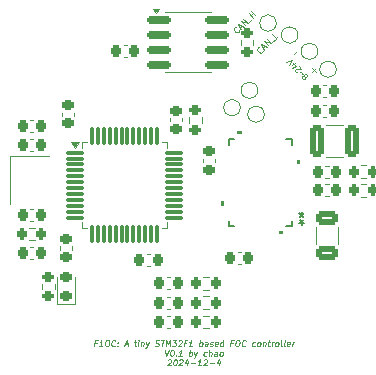
<source format=gbr>
%TF.GenerationSoftware,KiCad,Pcbnew,8.0.6*%
%TF.CreationDate,2024-12-04T23:44:22+08:00*%
%TF.ProjectId,f1oc,66316f63-2e6b-4696-9361-645f70636258,v0.1*%
%TF.SameCoordinates,Original*%
%TF.FileFunction,Legend,Top*%
%TF.FilePolarity,Positive*%
%FSLAX46Y46*%
G04 Gerber Fmt 4.6, Leading zero omitted, Abs format (unit mm)*
G04 Created by KiCad (PCBNEW 8.0.6) date 2024-12-04 23:44:22*
%MOMM*%
%LPD*%
G01*
G04 APERTURE LIST*
G04 Aperture macros list*
%AMRoundRect*
0 Rectangle with rounded corners*
0 $1 Rounding radius*
0 $2 $3 $4 $5 $6 $7 $8 $9 X,Y pos of 4 corners*
0 Add a 4 corners polygon primitive as box body*
4,1,4,$2,$3,$4,$5,$6,$7,$8,$9,$2,$3,0*
0 Add four circle primitives for the rounded corners*
1,1,$1+$1,$2,$3*
1,1,$1+$1,$4,$5*
1,1,$1+$1,$6,$7*
1,1,$1+$1,$8,$9*
0 Add four rect primitives between the rounded corners*
20,1,$1+$1,$2,$3,$4,$5,0*
20,1,$1+$1,$4,$5,$6,$7,0*
20,1,$1+$1,$6,$7,$8,$9,0*
20,1,$1+$1,$8,$9,$2,$3,0*%
G04 Aperture macros list end*
%ADD10C,0.100000*%
%ADD11C,0.150000*%
%ADD12C,0.120000*%
%ADD13C,0.152400*%
%ADD14C,0.000000*%
%ADD15RoundRect,0.225000X0.225000X0.250000X-0.225000X0.250000X-0.225000X-0.250000X0.225000X-0.250000X0*%
%ADD16RoundRect,0.218750X0.256250X-0.218750X0.256250X0.218750X-0.256250X0.218750X-0.256250X-0.218750X0*%
%ADD17C,1.000000*%
%ADD18RoundRect,0.200000X0.275000X-0.200000X0.275000X0.200000X-0.275000X0.200000X-0.275000X-0.200000X0*%
%ADD19R,0.812800X0.254000*%
%ADD20R,0.254000X0.812800*%
%ADD21R,3.810000X5.791200*%
%ADD22RoundRect,0.225000X-0.225000X-0.250000X0.225000X-0.250000X0.225000X0.250000X-0.225000X0.250000X0*%
%ADD23R,1.200000X1.400000*%
%ADD24RoundRect,0.200000X0.200000X0.275000X-0.200000X0.275000X-0.200000X-0.275000X0.200000X-0.275000X0*%
%ADD25RoundRect,0.225000X0.250000X-0.225000X0.250000X0.225000X-0.250000X0.225000X-0.250000X-0.225000X0*%
%ADD26RoundRect,0.250000X-0.325000X-1.100000X0.325000X-1.100000X0.325000X1.100000X-0.325000X1.100000X0*%
%ADD27RoundRect,0.250000X-0.650000X0.325000X-0.650000X-0.325000X0.650000X-0.325000X0.650000X0.325000X0*%
%ADD28RoundRect,0.075000X-0.662500X-0.075000X0.662500X-0.075000X0.662500X0.075000X-0.662500X0.075000X0*%
%ADD29RoundRect,0.075000X-0.075000X-0.662500X0.075000X-0.662500X0.075000X0.662500X-0.075000X0.662500X0*%
%ADD30RoundRect,0.225000X-0.250000X0.225000X-0.250000X-0.225000X0.250000X-0.225000X0.250000X0.225000X0*%
%ADD31RoundRect,0.150000X-0.825000X-0.150000X0.825000X-0.150000X0.825000X0.150000X-0.825000X0.150000X0*%
%ADD32RoundRect,0.200000X-0.275000X0.200000X-0.275000X-0.200000X0.275000X-0.200000X0.275000X0.200000X0*%
%ADD33RoundRect,0.200000X-0.200000X-0.275000X0.200000X-0.275000X0.200000X0.275000X-0.200000X0.275000X0*%
G04 APERTURE END LIST*
D10*
X125167061Y-62652242D02*
X125167061Y-62686453D01*
X125167061Y-62686453D02*
X125132850Y-62754874D01*
X125132850Y-62754874D02*
X125098640Y-62789084D01*
X125098640Y-62789084D02*
X125030219Y-62823295D01*
X125030219Y-62823295D02*
X124961798Y-62823295D01*
X124961798Y-62823295D02*
X124910482Y-62806190D01*
X124910482Y-62806190D02*
X124824956Y-62754874D01*
X124824956Y-62754874D02*
X124773640Y-62703558D01*
X124773640Y-62703558D02*
X124722324Y-62618032D01*
X124722324Y-62618032D02*
X124705219Y-62566716D01*
X124705219Y-62566716D02*
X124705219Y-62498295D01*
X124705219Y-62498295D02*
X124739429Y-62429874D01*
X124739429Y-62429874D02*
X124773640Y-62395664D01*
X124773640Y-62395664D02*
X124842061Y-62361453D01*
X124842061Y-62361453D02*
X124876271Y-62361453D01*
X125235482Y-62446979D02*
X125406534Y-62275927D01*
X125303903Y-62583821D02*
X125064429Y-62104874D01*
X125064429Y-62104874D02*
X125543376Y-62344348D01*
X125663113Y-62224611D02*
X125303903Y-61865401D01*
X125303903Y-61865401D02*
X125868376Y-62019348D01*
X125868376Y-62019348D02*
X125509166Y-61660138D01*
X125988113Y-61968033D02*
X126261797Y-61694349D01*
X126313113Y-61574611D02*
X125953902Y-61215401D01*
X126124955Y-61386454D02*
X126330218Y-61181191D01*
X126518376Y-61369348D02*
X126159165Y-61010138D01*
X129761366Y-64634474D02*
X130035050Y-64360790D01*
X127148261Y-64354042D02*
X127148261Y-64388253D01*
X127148261Y-64388253D02*
X127114050Y-64456674D01*
X127114050Y-64456674D02*
X127079840Y-64490884D01*
X127079840Y-64490884D02*
X127011419Y-64525095D01*
X127011419Y-64525095D02*
X126942998Y-64525095D01*
X126942998Y-64525095D02*
X126891682Y-64507990D01*
X126891682Y-64507990D02*
X126806156Y-64456674D01*
X126806156Y-64456674D02*
X126754840Y-64405358D01*
X126754840Y-64405358D02*
X126703524Y-64319832D01*
X126703524Y-64319832D02*
X126686419Y-64268516D01*
X126686419Y-64268516D02*
X126686419Y-64200095D01*
X126686419Y-64200095D02*
X126720629Y-64131674D01*
X126720629Y-64131674D02*
X126754840Y-64097464D01*
X126754840Y-64097464D02*
X126823261Y-64063253D01*
X126823261Y-64063253D02*
X126857471Y-64063253D01*
X127216682Y-64148779D02*
X127387734Y-63977727D01*
X127285103Y-64285621D02*
X127045629Y-63806674D01*
X127045629Y-63806674D02*
X127524576Y-64046148D01*
X127644313Y-63926411D02*
X127285103Y-63567201D01*
X127285103Y-63567201D02*
X127849576Y-63721148D01*
X127849576Y-63721148D02*
X127490366Y-63361938D01*
X127969313Y-63669833D02*
X128242997Y-63396149D01*
X128465365Y-63105359D02*
X128294313Y-63276411D01*
X128294313Y-63276411D02*
X127935102Y-62917201D01*
X131361566Y-66133074D02*
X131635250Y-65859390D01*
X131635250Y-66133074D02*
X131361566Y-65859390D01*
X130723737Y-66620738D02*
X130740842Y-66672054D01*
X130740842Y-66672054D02*
X130740842Y-66706264D01*
X130740842Y-66706264D02*
X130723737Y-66757580D01*
X130723737Y-66757580D02*
X130706632Y-66774685D01*
X130706632Y-66774685D02*
X130655316Y-66791791D01*
X130655316Y-66791791D02*
X130621106Y-66791791D01*
X130621106Y-66791791D02*
X130569790Y-66774685D01*
X130569790Y-66774685D02*
X130501369Y-66706264D01*
X130501369Y-66706264D02*
X130484264Y-66654949D01*
X130484264Y-66654949D02*
X130484264Y-66620738D01*
X130484264Y-66620738D02*
X130501369Y-66569422D01*
X130501369Y-66569422D02*
X130518474Y-66552317D01*
X130518474Y-66552317D02*
X130569790Y-66535212D01*
X130569790Y-66535212D02*
X130604000Y-66535212D01*
X130604000Y-66535212D02*
X130655316Y-66552317D01*
X130655316Y-66552317D02*
X130723737Y-66620738D01*
X130723737Y-66620738D02*
X130775053Y-66637843D01*
X130775053Y-66637843D02*
X130809263Y-66637843D01*
X130809263Y-66637843D02*
X130860579Y-66620738D01*
X130860579Y-66620738D02*
X130929000Y-66552317D01*
X130929000Y-66552317D02*
X130946105Y-66501001D01*
X130946105Y-66501001D02*
X130946105Y-66466791D01*
X130946105Y-66466791D02*
X130929000Y-66415475D01*
X130929000Y-66415475D02*
X130860579Y-66347054D01*
X130860579Y-66347054D02*
X130809263Y-66329949D01*
X130809263Y-66329949D02*
X130775053Y-66329949D01*
X130775053Y-66329949D02*
X130723737Y-66347054D01*
X130723737Y-66347054D02*
X130655316Y-66415475D01*
X130655316Y-66415475D02*
X130638211Y-66466791D01*
X130638211Y-66466791D02*
X130638211Y-66501001D01*
X130638211Y-66501001D02*
X130655316Y-66552317D01*
X130552684Y-66312843D02*
X130518474Y-66312843D01*
X130518474Y-66312843D02*
X130467158Y-66295738D01*
X130467158Y-66295738D02*
X130432948Y-66193107D01*
X130432948Y-66193107D02*
X130381632Y-66176001D01*
X130381632Y-66176001D02*
X130347421Y-66176001D01*
X130073737Y-66210212D02*
X130039527Y-66210212D01*
X130039527Y-66210212D02*
X129988211Y-66193107D01*
X129988211Y-66193107D02*
X129902685Y-66107580D01*
X129902685Y-66107580D02*
X129885580Y-66056265D01*
X129885580Y-66056265D02*
X129885580Y-66022054D01*
X129885580Y-66022054D02*
X129902685Y-65970738D01*
X129902685Y-65970738D02*
X129936895Y-65936528D01*
X129936895Y-65936528D02*
X130005316Y-65902317D01*
X130005316Y-65902317D02*
X130415842Y-65902317D01*
X130415842Y-65902317D02*
X130193474Y-65679949D01*
X129646106Y-65611528D02*
X129885579Y-65372054D01*
X129594790Y-65833896D02*
X129936895Y-65662844D01*
X129936895Y-65662844D02*
X129714527Y-65440475D01*
X129389527Y-65594422D02*
X129629000Y-65115475D01*
X129629000Y-65115475D02*
X129150053Y-65354949D01*
X113086082Y-89118431D02*
X112916749Y-89118431D01*
X112883487Y-89384526D02*
X112946987Y-88876526D01*
X112946987Y-88876526D02*
X113188892Y-88876526D01*
X113585011Y-89384526D02*
X113294726Y-89384526D01*
X113439868Y-89384526D02*
X113503368Y-88876526D01*
X113503368Y-88876526D02*
X113445916Y-88949097D01*
X113445916Y-88949097D02*
X113391488Y-88997478D01*
X113391488Y-88997478D02*
X113340083Y-89021669D01*
X113962988Y-88876526D02*
X114059750Y-88876526D01*
X114059750Y-88876526D02*
X114105107Y-88900716D01*
X114105107Y-88900716D02*
X114147440Y-88949097D01*
X114147440Y-88949097D02*
X114159536Y-89045859D01*
X114159536Y-89045859D02*
X114138369Y-89215193D01*
X114138369Y-89215193D02*
X114102083Y-89311955D01*
X114102083Y-89311955D02*
X114047655Y-89360336D01*
X114047655Y-89360336D02*
X113996250Y-89384526D01*
X113996250Y-89384526D02*
X113899488Y-89384526D01*
X113899488Y-89384526D02*
X113854131Y-89360336D01*
X113854131Y-89360336D02*
X113811798Y-89311955D01*
X113811798Y-89311955D02*
X113799702Y-89215193D01*
X113799702Y-89215193D02*
X113820869Y-89045859D01*
X113820869Y-89045859D02*
X113857155Y-88949097D01*
X113857155Y-88949097D02*
X113911583Y-88900716D01*
X113911583Y-88900716D02*
X113962988Y-88876526D01*
X114631249Y-89336145D02*
X114604035Y-89360336D01*
X114604035Y-89360336D02*
X114528440Y-89384526D01*
X114528440Y-89384526D02*
X114480059Y-89384526D01*
X114480059Y-89384526D02*
X114410511Y-89360336D01*
X114410511Y-89360336D02*
X114368178Y-89311955D01*
X114368178Y-89311955D02*
X114350035Y-89263574D01*
X114350035Y-89263574D02*
X114337940Y-89166812D01*
X114337940Y-89166812D02*
X114347011Y-89094240D01*
X114347011Y-89094240D02*
X114383297Y-88997478D01*
X114383297Y-88997478D02*
X114413535Y-88949097D01*
X114413535Y-88949097D02*
X114467964Y-88900716D01*
X114467964Y-88900716D02*
X114543559Y-88876526D01*
X114543559Y-88876526D02*
X114591940Y-88876526D01*
X114591940Y-88876526D02*
X114661488Y-88900716D01*
X114661488Y-88900716D02*
X114682654Y-88924907D01*
X114848964Y-89336145D02*
X114870130Y-89360336D01*
X114870130Y-89360336D02*
X114842916Y-89384526D01*
X114842916Y-89384526D02*
X114821749Y-89360336D01*
X114821749Y-89360336D02*
X114848964Y-89336145D01*
X114848964Y-89336145D02*
X114842916Y-89384526D01*
X114882226Y-89070050D02*
X114903392Y-89094240D01*
X114903392Y-89094240D02*
X114876178Y-89118431D01*
X114876178Y-89118431D02*
X114855011Y-89094240D01*
X114855011Y-89094240D02*
X114882226Y-89070050D01*
X114882226Y-89070050D02*
X114876178Y-89118431D01*
X115465821Y-89239383D02*
X115707726Y-89239383D01*
X115399298Y-89384526D02*
X115632131Y-88876526D01*
X115632131Y-88876526D02*
X115737964Y-89384526D01*
X116264108Y-89045859D02*
X116457632Y-89045859D01*
X116357846Y-88876526D02*
X116303418Y-89311955D01*
X116303418Y-89311955D02*
X116321560Y-89360336D01*
X116321560Y-89360336D02*
X116366918Y-89384526D01*
X116366918Y-89384526D02*
X116415298Y-89384526D01*
X116584632Y-89384526D02*
X116626965Y-89045859D01*
X116648132Y-88876526D02*
X116620918Y-88900716D01*
X116620918Y-88900716D02*
X116642084Y-88924907D01*
X116642084Y-88924907D02*
X116669299Y-88900716D01*
X116669299Y-88900716D02*
X116648132Y-88876526D01*
X116648132Y-88876526D02*
X116642084Y-88924907D01*
X116868870Y-89045859D02*
X116826537Y-89384526D01*
X116862823Y-89094240D02*
X116890037Y-89070050D01*
X116890037Y-89070050D02*
X116941442Y-89045859D01*
X116941442Y-89045859D02*
X117014013Y-89045859D01*
X117014013Y-89045859D02*
X117059370Y-89070050D01*
X117059370Y-89070050D02*
X117077513Y-89118431D01*
X117077513Y-89118431D02*
X117044251Y-89384526D01*
X117280108Y-89045859D02*
X117358728Y-89384526D01*
X117522013Y-89045859D02*
X117358728Y-89384526D01*
X117358728Y-89384526D02*
X117295228Y-89505478D01*
X117295228Y-89505478D02*
X117268013Y-89529669D01*
X117268013Y-89529669D02*
X117216608Y-89553859D01*
X118039085Y-89360336D02*
X118108633Y-89384526D01*
X118108633Y-89384526D02*
X118229585Y-89384526D01*
X118229585Y-89384526D02*
X118280990Y-89360336D01*
X118280990Y-89360336D02*
X118308204Y-89336145D01*
X118308204Y-89336145D02*
X118338443Y-89287764D01*
X118338443Y-89287764D02*
X118344490Y-89239383D01*
X118344490Y-89239383D02*
X118326347Y-89191002D01*
X118326347Y-89191002D02*
X118305181Y-89166812D01*
X118305181Y-89166812D02*
X118259824Y-89142621D01*
X118259824Y-89142621D02*
X118166085Y-89118431D01*
X118166085Y-89118431D02*
X118120728Y-89094240D01*
X118120728Y-89094240D02*
X118099562Y-89070050D01*
X118099562Y-89070050D02*
X118081419Y-89021669D01*
X118081419Y-89021669D02*
X118087466Y-88973288D01*
X118087466Y-88973288D02*
X118117704Y-88924907D01*
X118117704Y-88924907D02*
X118144919Y-88900716D01*
X118144919Y-88900716D02*
X118196324Y-88876526D01*
X118196324Y-88876526D02*
X118317276Y-88876526D01*
X118317276Y-88876526D02*
X118386824Y-88900716D01*
X118534991Y-88876526D02*
X118825276Y-88876526D01*
X118616634Y-89384526D02*
X118680134Y-88876526D01*
X118931110Y-89384526D02*
X118994610Y-88876526D01*
X118994610Y-88876526D02*
X119118586Y-89239383D01*
X119118586Y-89239383D02*
X119333277Y-88876526D01*
X119333277Y-88876526D02*
X119269777Y-89384526D01*
X119526800Y-88876526D02*
X119841276Y-88876526D01*
X119841276Y-88876526D02*
X119647753Y-89070050D01*
X119647753Y-89070050D02*
X119720324Y-89070050D01*
X119720324Y-89070050D02*
X119765681Y-89094240D01*
X119765681Y-89094240D02*
X119786848Y-89118431D01*
X119786848Y-89118431D02*
X119804991Y-89166812D01*
X119804991Y-89166812D02*
X119789872Y-89287764D01*
X119789872Y-89287764D02*
X119759633Y-89336145D01*
X119759633Y-89336145D02*
X119732419Y-89360336D01*
X119732419Y-89360336D02*
X119681014Y-89384526D01*
X119681014Y-89384526D02*
X119535872Y-89384526D01*
X119535872Y-89384526D02*
X119490514Y-89360336D01*
X119490514Y-89360336D02*
X119469348Y-89336145D01*
X120028753Y-88924907D02*
X120055967Y-88900716D01*
X120055967Y-88900716D02*
X120107372Y-88876526D01*
X120107372Y-88876526D02*
X120228324Y-88876526D01*
X120228324Y-88876526D02*
X120273682Y-88900716D01*
X120273682Y-88900716D02*
X120294848Y-88924907D01*
X120294848Y-88924907D02*
X120312991Y-88973288D01*
X120312991Y-88973288D02*
X120306943Y-89021669D01*
X120306943Y-89021669D02*
X120273682Y-89094240D01*
X120273682Y-89094240D02*
X119947110Y-89384526D01*
X119947110Y-89384526D02*
X120261586Y-89384526D01*
X120681896Y-89118431D02*
X120512563Y-89118431D01*
X120479301Y-89384526D02*
X120542801Y-88876526D01*
X120542801Y-88876526D02*
X120784706Y-88876526D01*
X121180825Y-89384526D02*
X120890540Y-89384526D01*
X121035682Y-89384526D02*
X121099182Y-88876526D01*
X121099182Y-88876526D02*
X121041730Y-88949097D01*
X121041730Y-88949097D02*
X120987302Y-88997478D01*
X120987302Y-88997478D02*
X120935897Y-89021669D01*
X121785588Y-89384526D02*
X121849088Y-88876526D01*
X121824898Y-89070050D02*
X121876302Y-89045859D01*
X121876302Y-89045859D02*
X121973064Y-89045859D01*
X121973064Y-89045859D02*
X122018421Y-89070050D01*
X122018421Y-89070050D02*
X122039588Y-89094240D01*
X122039588Y-89094240D02*
X122057731Y-89142621D01*
X122057731Y-89142621D02*
X122039588Y-89287764D01*
X122039588Y-89287764D02*
X122009350Y-89336145D01*
X122009350Y-89336145D02*
X121982136Y-89360336D01*
X121982136Y-89360336D02*
X121930731Y-89384526D01*
X121930731Y-89384526D02*
X121833969Y-89384526D01*
X121833969Y-89384526D02*
X121788612Y-89360336D01*
X122462921Y-89384526D02*
X122496183Y-89118431D01*
X122496183Y-89118431D02*
X122478040Y-89070050D01*
X122478040Y-89070050D02*
X122432683Y-89045859D01*
X122432683Y-89045859D02*
X122335921Y-89045859D01*
X122335921Y-89045859D02*
X122284517Y-89070050D01*
X122465945Y-89360336D02*
X122414540Y-89384526D01*
X122414540Y-89384526D02*
X122293588Y-89384526D01*
X122293588Y-89384526D02*
X122248231Y-89360336D01*
X122248231Y-89360336D02*
X122230088Y-89311955D01*
X122230088Y-89311955D02*
X122236136Y-89263574D01*
X122236136Y-89263574D02*
X122266374Y-89215193D01*
X122266374Y-89215193D02*
X122317779Y-89191002D01*
X122317779Y-89191002D02*
X122438731Y-89191002D01*
X122438731Y-89191002D02*
X122490136Y-89166812D01*
X122683659Y-89360336D02*
X122729017Y-89384526D01*
X122729017Y-89384526D02*
X122825778Y-89384526D01*
X122825778Y-89384526D02*
X122877183Y-89360336D01*
X122877183Y-89360336D02*
X122907421Y-89311955D01*
X122907421Y-89311955D02*
X122910445Y-89287764D01*
X122910445Y-89287764D02*
X122892302Y-89239383D01*
X122892302Y-89239383D02*
X122846945Y-89215193D01*
X122846945Y-89215193D02*
X122774374Y-89215193D01*
X122774374Y-89215193D02*
X122729017Y-89191002D01*
X122729017Y-89191002D02*
X122710874Y-89142621D01*
X122710874Y-89142621D02*
X122713898Y-89118431D01*
X122713898Y-89118431D02*
X122744136Y-89070050D01*
X122744136Y-89070050D02*
X122795540Y-89045859D01*
X122795540Y-89045859D02*
X122868112Y-89045859D01*
X122868112Y-89045859D02*
X122913469Y-89070050D01*
X123312612Y-89360336D02*
X123261207Y-89384526D01*
X123261207Y-89384526D02*
X123164445Y-89384526D01*
X123164445Y-89384526D02*
X123119088Y-89360336D01*
X123119088Y-89360336D02*
X123100945Y-89311955D01*
X123100945Y-89311955D02*
X123125136Y-89118431D01*
X123125136Y-89118431D02*
X123155374Y-89070050D01*
X123155374Y-89070050D02*
X123206778Y-89045859D01*
X123206778Y-89045859D02*
X123303540Y-89045859D01*
X123303540Y-89045859D02*
X123348897Y-89070050D01*
X123348897Y-89070050D02*
X123367040Y-89118431D01*
X123367040Y-89118431D02*
X123360993Y-89166812D01*
X123360993Y-89166812D02*
X123113040Y-89215193D01*
X123769207Y-89384526D02*
X123832707Y-88876526D01*
X123772231Y-89360336D02*
X123720826Y-89384526D01*
X123720826Y-89384526D02*
X123624065Y-89384526D01*
X123624065Y-89384526D02*
X123578707Y-89360336D01*
X123578707Y-89360336D02*
X123557541Y-89336145D01*
X123557541Y-89336145D02*
X123539398Y-89287764D01*
X123539398Y-89287764D02*
X123557541Y-89142621D01*
X123557541Y-89142621D02*
X123587779Y-89094240D01*
X123587779Y-89094240D02*
X123614993Y-89070050D01*
X123614993Y-89070050D02*
X123666398Y-89045859D01*
X123666398Y-89045859D02*
X123763160Y-89045859D01*
X123763160Y-89045859D02*
X123808517Y-89070050D01*
X124600755Y-89118431D02*
X124431422Y-89118431D01*
X124398160Y-89384526D02*
X124461660Y-88876526D01*
X124461660Y-88876526D02*
X124703565Y-88876526D01*
X124993851Y-88876526D02*
X125090613Y-88876526D01*
X125090613Y-88876526D02*
X125135970Y-88900716D01*
X125135970Y-88900716D02*
X125178303Y-88949097D01*
X125178303Y-88949097D02*
X125190399Y-89045859D01*
X125190399Y-89045859D02*
X125169232Y-89215193D01*
X125169232Y-89215193D02*
X125132946Y-89311955D01*
X125132946Y-89311955D02*
X125078518Y-89360336D01*
X125078518Y-89360336D02*
X125027113Y-89384526D01*
X125027113Y-89384526D02*
X124930351Y-89384526D01*
X124930351Y-89384526D02*
X124884994Y-89360336D01*
X124884994Y-89360336D02*
X124842661Y-89311955D01*
X124842661Y-89311955D02*
X124830565Y-89215193D01*
X124830565Y-89215193D02*
X124851732Y-89045859D01*
X124851732Y-89045859D02*
X124888018Y-88949097D01*
X124888018Y-88949097D02*
X124942446Y-88900716D01*
X124942446Y-88900716D02*
X124993851Y-88876526D01*
X125662112Y-89336145D02*
X125634898Y-89360336D01*
X125634898Y-89360336D02*
X125559303Y-89384526D01*
X125559303Y-89384526D02*
X125510922Y-89384526D01*
X125510922Y-89384526D02*
X125441374Y-89360336D01*
X125441374Y-89360336D02*
X125399041Y-89311955D01*
X125399041Y-89311955D02*
X125380898Y-89263574D01*
X125380898Y-89263574D02*
X125368803Y-89166812D01*
X125368803Y-89166812D02*
X125377874Y-89094240D01*
X125377874Y-89094240D02*
X125414160Y-88997478D01*
X125414160Y-88997478D02*
X125444398Y-88949097D01*
X125444398Y-88949097D02*
X125498827Y-88900716D01*
X125498827Y-88900716D02*
X125574422Y-88876526D01*
X125574422Y-88876526D02*
X125622803Y-88876526D01*
X125622803Y-88876526D02*
X125692351Y-88900716D01*
X125692351Y-88900716D02*
X125713517Y-88924907D01*
X126481565Y-89360336D02*
X126430160Y-89384526D01*
X126430160Y-89384526D02*
X126333399Y-89384526D01*
X126333399Y-89384526D02*
X126288041Y-89360336D01*
X126288041Y-89360336D02*
X126266875Y-89336145D01*
X126266875Y-89336145D02*
X126248732Y-89287764D01*
X126248732Y-89287764D02*
X126266875Y-89142621D01*
X126266875Y-89142621D02*
X126297113Y-89094240D01*
X126297113Y-89094240D02*
X126324327Y-89070050D01*
X126324327Y-89070050D02*
X126375732Y-89045859D01*
X126375732Y-89045859D02*
X126472494Y-89045859D01*
X126472494Y-89045859D02*
X126517851Y-89070050D01*
X126768828Y-89384526D02*
X126723470Y-89360336D01*
X126723470Y-89360336D02*
X126702304Y-89336145D01*
X126702304Y-89336145D02*
X126684161Y-89287764D01*
X126684161Y-89287764D02*
X126702304Y-89142621D01*
X126702304Y-89142621D02*
X126732542Y-89094240D01*
X126732542Y-89094240D02*
X126759756Y-89070050D01*
X126759756Y-89070050D02*
X126811161Y-89045859D01*
X126811161Y-89045859D02*
X126883732Y-89045859D01*
X126883732Y-89045859D02*
X126929089Y-89070050D01*
X126929089Y-89070050D02*
X126950256Y-89094240D01*
X126950256Y-89094240D02*
X126968399Y-89142621D01*
X126968399Y-89142621D02*
X126950256Y-89287764D01*
X126950256Y-89287764D02*
X126920018Y-89336145D01*
X126920018Y-89336145D02*
X126892804Y-89360336D01*
X126892804Y-89360336D02*
X126841399Y-89384526D01*
X126841399Y-89384526D02*
X126768828Y-89384526D01*
X127198208Y-89045859D02*
X127155875Y-89384526D01*
X127192161Y-89094240D02*
X127219375Y-89070050D01*
X127219375Y-89070050D02*
X127270780Y-89045859D01*
X127270780Y-89045859D02*
X127343351Y-89045859D01*
X127343351Y-89045859D02*
X127388708Y-89070050D01*
X127388708Y-89070050D02*
X127406851Y-89118431D01*
X127406851Y-89118431D02*
X127373589Y-89384526D01*
X127585256Y-89045859D02*
X127778780Y-89045859D01*
X127678994Y-88876526D02*
X127624566Y-89311955D01*
X127624566Y-89311955D02*
X127642708Y-89360336D01*
X127642708Y-89360336D02*
X127688066Y-89384526D01*
X127688066Y-89384526D02*
X127736446Y-89384526D01*
X127905780Y-89384526D02*
X127948113Y-89045859D01*
X127936018Y-89142621D02*
X127966256Y-89094240D01*
X127966256Y-89094240D02*
X127993471Y-89070050D01*
X127993471Y-89070050D02*
X128044875Y-89045859D01*
X128044875Y-89045859D02*
X128093256Y-89045859D01*
X128292828Y-89384526D02*
X128247470Y-89360336D01*
X128247470Y-89360336D02*
X128226304Y-89336145D01*
X128226304Y-89336145D02*
X128208161Y-89287764D01*
X128208161Y-89287764D02*
X128226304Y-89142621D01*
X128226304Y-89142621D02*
X128256542Y-89094240D01*
X128256542Y-89094240D02*
X128283756Y-89070050D01*
X128283756Y-89070050D02*
X128335161Y-89045859D01*
X128335161Y-89045859D02*
X128407732Y-89045859D01*
X128407732Y-89045859D02*
X128453089Y-89070050D01*
X128453089Y-89070050D02*
X128474256Y-89094240D01*
X128474256Y-89094240D02*
X128492399Y-89142621D01*
X128492399Y-89142621D02*
X128474256Y-89287764D01*
X128474256Y-89287764D02*
X128444018Y-89336145D01*
X128444018Y-89336145D02*
X128416804Y-89360336D01*
X128416804Y-89360336D02*
X128365399Y-89384526D01*
X128365399Y-89384526D02*
X128292828Y-89384526D01*
X128752447Y-89384526D02*
X128707089Y-89360336D01*
X128707089Y-89360336D02*
X128688947Y-89311955D01*
X128688947Y-89311955D02*
X128743375Y-88876526D01*
X129018542Y-89384526D02*
X128973184Y-89360336D01*
X128973184Y-89360336D02*
X128955042Y-89311955D01*
X128955042Y-89311955D02*
X129009470Y-88876526D01*
X129408613Y-89360336D02*
X129357208Y-89384526D01*
X129357208Y-89384526D02*
X129260446Y-89384526D01*
X129260446Y-89384526D02*
X129215089Y-89360336D01*
X129215089Y-89360336D02*
X129196946Y-89311955D01*
X129196946Y-89311955D02*
X129221137Y-89118431D01*
X129221137Y-89118431D02*
X129251375Y-89070050D01*
X129251375Y-89070050D02*
X129302779Y-89045859D01*
X129302779Y-89045859D02*
X129399541Y-89045859D01*
X129399541Y-89045859D02*
X129444898Y-89070050D01*
X129444898Y-89070050D02*
X129463041Y-89118431D01*
X129463041Y-89118431D02*
X129456994Y-89166812D01*
X129456994Y-89166812D02*
X129209041Y-89215193D01*
X129647494Y-89384526D02*
X129689827Y-89045859D01*
X129677732Y-89142621D02*
X129707970Y-89094240D01*
X129707970Y-89094240D02*
X129735185Y-89070050D01*
X129735185Y-89070050D02*
X129786589Y-89045859D01*
X129786589Y-89045859D02*
X129834970Y-89045859D01*
X118873656Y-89694378D02*
X118979489Y-90202378D01*
X118979489Y-90202378D02*
X119212322Y-89694378D01*
X119478418Y-89694378D02*
X119526799Y-89694378D01*
X119526799Y-89694378D02*
X119572156Y-89718568D01*
X119572156Y-89718568D02*
X119593323Y-89742759D01*
X119593323Y-89742759D02*
X119611466Y-89791140D01*
X119611466Y-89791140D02*
X119623561Y-89887902D01*
X119623561Y-89887902D02*
X119608442Y-90008854D01*
X119608442Y-90008854D02*
X119572156Y-90105616D01*
X119572156Y-90105616D02*
X119541918Y-90153997D01*
X119541918Y-90153997D02*
X119514704Y-90178188D01*
X119514704Y-90178188D02*
X119463299Y-90202378D01*
X119463299Y-90202378D02*
X119414918Y-90202378D01*
X119414918Y-90202378D02*
X119369561Y-90178188D01*
X119369561Y-90178188D02*
X119348394Y-90153997D01*
X119348394Y-90153997D02*
X119330251Y-90105616D01*
X119330251Y-90105616D02*
X119318156Y-90008854D01*
X119318156Y-90008854D02*
X119333275Y-89887902D01*
X119333275Y-89887902D02*
X119369561Y-89791140D01*
X119369561Y-89791140D02*
X119399799Y-89742759D01*
X119399799Y-89742759D02*
X119427013Y-89718568D01*
X119427013Y-89718568D02*
X119478418Y-89694378D01*
X119808014Y-90153997D02*
X119829180Y-90178188D01*
X119829180Y-90178188D02*
X119801966Y-90202378D01*
X119801966Y-90202378D02*
X119780799Y-90178188D01*
X119780799Y-90178188D02*
X119808014Y-90153997D01*
X119808014Y-90153997D02*
X119801966Y-90202378D01*
X120309966Y-90202378D02*
X120019681Y-90202378D01*
X120164823Y-90202378D02*
X120228323Y-89694378D01*
X120228323Y-89694378D02*
X120170871Y-89766949D01*
X120170871Y-89766949D02*
X120116443Y-89815330D01*
X120116443Y-89815330D02*
X120065038Y-89839521D01*
X120914729Y-90202378D02*
X120978229Y-89694378D01*
X120954039Y-89887902D02*
X121005443Y-89863711D01*
X121005443Y-89863711D02*
X121102205Y-89863711D01*
X121102205Y-89863711D02*
X121147562Y-89887902D01*
X121147562Y-89887902D02*
X121168729Y-89912092D01*
X121168729Y-89912092D02*
X121186872Y-89960473D01*
X121186872Y-89960473D02*
X121168729Y-90105616D01*
X121168729Y-90105616D02*
X121138491Y-90153997D01*
X121138491Y-90153997D02*
X121111277Y-90178188D01*
X121111277Y-90178188D02*
X121059872Y-90202378D01*
X121059872Y-90202378D02*
X120963110Y-90202378D01*
X120963110Y-90202378D02*
X120917753Y-90178188D01*
X121368300Y-89863711D02*
X121446920Y-90202378D01*
X121610205Y-89863711D02*
X121446920Y-90202378D01*
X121446920Y-90202378D02*
X121383420Y-90323330D01*
X121383420Y-90323330D02*
X121356205Y-90347521D01*
X121356205Y-90347521D02*
X121304800Y-90371711D01*
X122369182Y-90178188D02*
X122317777Y-90202378D01*
X122317777Y-90202378D02*
X122221016Y-90202378D01*
X122221016Y-90202378D02*
X122175658Y-90178188D01*
X122175658Y-90178188D02*
X122154492Y-90153997D01*
X122154492Y-90153997D02*
X122136349Y-90105616D01*
X122136349Y-90105616D02*
X122154492Y-89960473D01*
X122154492Y-89960473D02*
X122184730Y-89912092D01*
X122184730Y-89912092D02*
X122211944Y-89887902D01*
X122211944Y-89887902D02*
X122263349Y-89863711D01*
X122263349Y-89863711D02*
X122360111Y-89863711D01*
X122360111Y-89863711D02*
X122405468Y-89887902D01*
X122583873Y-90202378D02*
X122647373Y-89694378D01*
X122801587Y-90202378D02*
X122834849Y-89936283D01*
X122834849Y-89936283D02*
X122816706Y-89887902D01*
X122816706Y-89887902D02*
X122771349Y-89863711D01*
X122771349Y-89863711D02*
X122698778Y-89863711D01*
X122698778Y-89863711D02*
X122647373Y-89887902D01*
X122647373Y-89887902D02*
X122620159Y-89912092D01*
X123261206Y-90202378D02*
X123294468Y-89936283D01*
X123294468Y-89936283D02*
X123276325Y-89887902D01*
X123276325Y-89887902D02*
X123230968Y-89863711D01*
X123230968Y-89863711D02*
X123134206Y-89863711D01*
X123134206Y-89863711D02*
X123082802Y-89887902D01*
X123264230Y-90178188D02*
X123212825Y-90202378D01*
X123212825Y-90202378D02*
X123091873Y-90202378D01*
X123091873Y-90202378D02*
X123046516Y-90178188D01*
X123046516Y-90178188D02*
X123028373Y-90129807D01*
X123028373Y-90129807D02*
X123034421Y-90081426D01*
X123034421Y-90081426D02*
X123064659Y-90033045D01*
X123064659Y-90033045D02*
X123116064Y-90008854D01*
X123116064Y-90008854D02*
X123237016Y-90008854D01*
X123237016Y-90008854D02*
X123288421Y-89984664D01*
X123575683Y-90202378D02*
X123530325Y-90178188D01*
X123530325Y-90178188D02*
X123509159Y-90153997D01*
X123509159Y-90153997D02*
X123491016Y-90105616D01*
X123491016Y-90105616D02*
X123509159Y-89960473D01*
X123509159Y-89960473D02*
X123539397Y-89912092D01*
X123539397Y-89912092D02*
X123566611Y-89887902D01*
X123566611Y-89887902D02*
X123618016Y-89863711D01*
X123618016Y-89863711D02*
X123690587Y-89863711D01*
X123690587Y-89863711D02*
X123735944Y-89887902D01*
X123735944Y-89887902D02*
X123757111Y-89912092D01*
X123757111Y-89912092D02*
X123775254Y-89960473D01*
X123775254Y-89960473D02*
X123757111Y-90105616D01*
X123757111Y-90105616D02*
X123726873Y-90153997D01*
X123726873Y-90153997D02*
X123699659Y-90178188D01*
X123699659Y-90178188D02*
X123648254Y-90202378D01*
X123648254Y-90202378D02*
X123575683Y-90202378D01*
X119133703Y-90560611D02*
X119160917Y-90536420D01*
X119160917Y-90536420D02*
X119212322Y-90512230D01*
X119212322Y-90512230D02*
X119333274Y-90512230D01*
X119333274Y-90512230D02*
X119378632Y-90536420D01*
X119378632Y-90536420D02*
X119399798Y-90560611D01*
X119399798Y-90560611D02*
X119417941Y-90608992D01*
X119417941Y-90608992D02*
X119411893Y-90657373D01*
X119411893Y-90657373D02*
X119378632Y-90729944D01*
X119378632Y-90729944D02*
X119052060Y-91020230D01*
X119052060Y-91020230D02*
X119366536Y-91020230D01*
X119744513Y-90512230D02*
X119792894Y-90512230D01*
X119792894Y-90512230D02*
X119838251Y-90536420D01*
X119838251Y-90536420D02*
X119859418Y-90560611D01*
X119859418Y-90560611D02*
X119877561Y-90608992D01*
X119877561Y-90608992D02*
X119889656Y-90705754D01*
X119889656Y-90705754D02*
X119874537Y-90826706D01*
X119874537Y-90826706D02*
X119838251Y-90923468D01*
X119838251Y-90923468D02*
X119808013Y-90971849D01*
X119808013Y-90971849D02*
X119780799Y-90996040D01*
X119780799Y-90996040D02*
X119729394Y-91020230D01*
X119729394Y-91020230D02*
X119681013Y-91020230D01*
X119681013Y-91020230D02*
X119635656Y-90996040D01*
X119635656Y-90996040D02*
X119614489Y-90971849D01*
X119614489Y-90971849D02*
X119596346Y-90923468D01*
X119596346Y-90923468D02*
X119584251Y-90826706D01*
X119584251Y-90826706D02*
X119599370Y-90705754D01*
X119599370Y-90705754D02*
X119635656Y-90608992D01*
X119635656Y-90608992D02*
X119665894Y-90560611D01*
X119665894Y-90560611D02*
X119693108Y-90536420D01*
X119693108Y-90536420D02*
X119744513Y-90512230D01*
X120101323Y-90560611D02*
X120128537Y-90536420D01*
X120128537Y-90536420D02*
X120179942Y-90512230D01*
X120179942Y-90512230D02*
X120300894Y-90512230D01*
X120300894Y-90512230D02*
X120346252Y-90536420D01*
X120346252Y-90536420D02*
X120367418Y-90560611D01*
X120367418Y-90560611D02*
X120385561Y-90608992D01*
X120385561Y-90608992D02*
X120379513Y-90657373D01*
X120379513Y-90657373D02*
X120346252Y-90729944D01*
X120346252Y-90729944D02*
X120019680Y-91020230D01*
X120019680Y-91020230D02*
X120334156Y-91020230D01*
X120811919Y-90681563D02*
X120769585Y-91020230D01*
X120715157Y-90488040D02*
X120548847Y-90850897D01*
X120548847Y-90850897D02*
X120863323Y-90850897D01*
X121059872Y-90826706D02*
X121446919Y-90826706D01*
X121930728Y-91020230D02*
X121640443Y-91020230D01*
X121785585Y-91020230D02*
X121849085Y-90512230D01*
X121849085Y-90512230D02*
X121791633Y-90584801D01*
X121791633Y-90584801D02*
X121737205Y-90633182D01*
X121737205Y-90633182D02*
X121685800Y-90657373D01*
X122181705Y-90560611D02*
X122208919Y-90536420D01*
X122208919Y-90536420D02*
X122260324Y-90512230D01*
X122260324Y-90512230D02*
X122381276Y-90512230D01*
X122381276Y-90512230D02*
X122426634Y-90536420D01*
X122426634Y-90536420D02*
X122447800Y-90560611D01*
X122447800Y-90560611D02*
X122465943Y-90608992D01*
X122465943Y-90608992D02*
X122459895Y-90657373D01*
X122459895Y-90657373D02*
X122426634Y-90729944D01*
X122426634Y-90729944D02*
X122100062Y-91020230D01*
X122100062Y-91020230D02*
X122414538Y-91020230D01*
X122656444Y-90826706D02*
X123043491Y-90826706D01*
X123521253Y-90681563D02*
X123478919Y-91020230D01*
X123424491Y-90488040D02*
X123258181Y-90850897D01*
X123258181Y-90850897D02*
X123572657Y-90850897D01*
D11*
X130442940Y-79091536D02*
X130442940Y-78853441D01*
X130681035Y-78948679D02*
X130442940Y-78853441D01*
X130442940Y-78853441D02*
X130204845Y-78948679D01*
X130585797Y-78662965D02*
X130442940Y-78853441D01*
X130442940Y-78853441D02*
X130300083Y-78662965D01*
X130442941Y-78001175D02*
X130442941Y-78239270D01*
X130204846Y-78144032D02*
X130442941Y-78239270D01*
X130442941Y-78239270D02*
X130681036Y-78144032D01*
X130300084Y-78429746D02*
X130442941Y-78239270D01*
X130442941Y-78239270D02*
X130585798Y-78429746D01*
D12*
%TO.C,C1*%
X107740580Y-80990000D02*
X107459420Y-80990000D01*
X107740580Y-82010000D02*
X107459420Y-82010000D01*
%TO.C,D2*%
X109776199Y-83531200D02*
X109776199Y-85816200D01*
X109776199Y-85816200D02*
X111246199Y-85816200D01*
X111246199Y-85816200D02*
X111246199Y-83531200D01*
%TO.C,TP3*%
X125256000Y-69192800D02*
G75*
G02*
X123856000Y-69192800I-700000J0D01*
G01*
X123856000Y-69192800D02*
G75*
G02*
X125256000Y-69192800I700000J0D01*
G01*
%TO.C,R10*%
X108488700Y-84568458D02*
X108488700Y-84093942D01*
X109533700Y-84568458D02*
X109533700Y-84093942D01*
%TO.C,C17*%
X125306180Y-81382800D02*
X125025020Y-81382800D01*
X125306180Y-82402800D02*
X125025020Y-82402800D01*
%TO.C,C16*%
X119312580Y-83567200D02*
X119031420Y-83567200D01*
X119312580Y-84587200D02*
X119031420Y-84587200D01*
D13*
%TO.C,U2*%
X124270741Y-71862600D02*
X124270741Y-72335167D01*
X124270741Y-78756033D02*
X124270741Y-79228600D01*
X124270741Y-79228600D02*
X124740260Y-79228600D01*
X124740260Y-71862600D02*
X124270741Y-71862600D01*
X129160622Y-79228600D02*
X129630141Y-79228600D01*
X129630141Y-71862600D02*
X129160622Y-71862600D01*
X129630141Y-72335167D02*
X129630141Y-71862600D01*
X129630141Y-79228600D02*
X129630141Y-78756033D01*
D14*
G36*
X123838941Y-77486541D02*
G01*
X123584941Y-77486541D01*
X123584941Y-77105541D01*
X123838941Y-77105541D01*
X123838941Y-77486541D01*
G37*
G36*
X125390500Y-71430800D02*
G01*
X125009500Y-71430800D01*
X125009500Y-71176800D01*
X125390500Y-71176800D01*
X125390500Y-71430800D01*
G37*
G36*
X128891382Y-79914400D02*
G01*
X128510382Y-79914400D01*
X128510382Y-79660400D01*
X128891382Y-79660400D01*
X128891382Y-79914400D01*
G37*
G36*
X130315941Y-73985659D02*
G01*
X130061941Y-73985659D01*
X130061941Y-73604659D01*
X130315941Y-73604659D01*
X130315941Y-73985659D01*
G37*
D12*
%TO.C,C8*%
X132459420Y-75690000D02*
X132740580Y-75690000D01*
X132459420Y-76710000D02*
X132740580Y-76710000D01*
%TO.C,TP2*%
X127288000Y-69751600D02*
G75*
G02*
X125888000Y-69751600I-700000J0D01*
G01*
X125888000Y-69751600D02*
G75*
G02*
X127288000Y-69751600I700000J0D01*
G01*
%TO.C,Y1*%
X105730000Y-73324000D02*
X105730000Y-77324000D01*
X109030000Y-73324000D02*
X105730000Y-73324000D01*
%TO.C,R4*%
X122596658Y-86805900D02*
X122122142Y-86805900D01*
X122596658Y-87850900D02*
X122122142Y-87850900D01*
%TO.C,R5*%
X122596658Y-85180300D02*
X122122142Y-85180300D01*
X122596658Y-86225300D02*
X122122142Y-86225300D01*
%TO.C,C6*%
X122064800Y-73803780D02*
X122064800Y-73522620D01*
X123084800Y-73803780D02*
X123084800Y-73522620D01*
%TO.C,C19*%
X110177600Y-69892180D02*
X110177600Y-69611020D01*
X111197600Y-69892180D02*
X111197600Y-69611020D01*
%TO.C,R8*%
X135918458Y-75677500D02*
X135443942Y-75677500D01*
X135918458Y-76722500D02*
X135443942Y-76722500D01*
%TO.C,C9*%
X132259420Y-67290000D02*
X132540580Y-67290000D01*
X132259420Y-68310000D02*
X132540580Y-68310000D01*
%TO.C,C5*%
X132488748Y-70640000D02*
X133911252Y-70640000D01*
X132488748Y-73360000D02*
X133911252Y-73360000D01*
%TO.C,C13*%
X131690000Y-79288748D02*
X131690000Y-80711252D01*
X133510000Y-79288748D02*
X133510000Y-80711252D01*
%TO.C,C15*%
X119312580Y-85192800D02*
X119031420Y-85192800D01*
X119312580Y-86212800D02*
X119031420Y-86212800D01*
%TO.C,U1*%
X111840000Y-72140000D02*
X111840000Y-72590000D01*
X111840000Y-79360000D02*
X111840000Y-78910000D01*
X112290000Y-72140000D02*
X111840000Y-72140000D01*
X112290000Y-79360000D02*
X111840000Y-79360000D01*
X118610000Y-72140000D02*
X119060000Y-72140000D01*
X118610000Y-79360000D02*
X119060000Y-79360000D01*
X119060000Y-72140000D02*
X119060000Y-72590000D01*
X119060000Y-79360000D02*
X119060000Y-78910000D01*
X111250000Y-72590000D02*
X110910000Y-72120000D01*
X111590000Y-72120000D01*
X111250000Y-72590000D01*
G36*
X111250000Y-72590000D02*
G01*
X110910000Y-72120000D01*
X111590000Y-72120000D01*
X111250000Y-72590000D01*
G37*
%TO.C,C21*%
X117635380Y-81586000D02*
X117354220Y-81586000D01*
X117635380Y-82606000D02*
X117354220Y-82606000D01*
%TO.C,C20*%
X119321600Y-70349380D02*
X119321600Y-70068220D01*
X120341600Y-70349380D02*
X120341600Y-70068220D01*
%TO.C,C3*%
X107740580Y-77786000D02*
X107459420Y-77786000D01*
X107740580Y-78806000D02*
X107459420Y-78806000D01*
%TO.C,C10*%
X132459420Y-74090000D02*
X132740580Y-74090000D01*
X132459420Y-75110000D02*
X132740580Y-75110000D01*
%TO.C,R6*%
X122596658Y-83554700D02*
X122122142Y-83554700D01*
X122596658Y-84599700D02*
X122122142Y-84599700D01*
%TO.C,TP4*%
X128304000Y-62030000D02*
G75*
G02*
X126904000Y-62030000I-700000J0D01*
G01*
X126904000Y-62030000D02*
G75*
G02*
X128304000Y-62030000I700000J0D01*
G01*
%TO.C,TP7*%
X131809200Y-64417600D02*
G75*
G02*
X130409200Y-64417600I-700000J0D01*
G01*
X130409200Y-64417600D02*
G75*
G02*
X131809200Y-64417600I700000J0D01*
G01*
%TO.C,TP6*%
X133384000Y-65941600D02*
G75*
G02*
X131984000Y-65941600I-700000J0D01*
G01*
X131984000Y-65941600D02*
G75*
G02*
X133384000Y-65941600I700000J0D01*
G01*
%TO.C,C11*%
X110025200Y-80939420D02*
X110025200Y-81220580D01*
X111045200Y-80939420D02*
X111045200Y-81220580D01*
%TO.C,C14*%
X119312580Y-86818400D02*
X119031420Y-86818400D01*
X119312580Y-87838400D02*
X119031420Y-87838400D01*
%TO.C,TP1*%
X126729200Y-67719600D02*
G75*
G02*
X125329200Y-67719600I-700000J0D01*
G01*
X125329200Y-67719600D02*
G75*
G02*
X126729200Y-67719600I700000J0D01*
G01*
%TO.C,C12*%
X132259420Y-68990000D02*
X132540580Y-68990000D01*
X132259420Y-70010000D02*
X132540580Y-70010000D01*
%TO.C,U3*%
X120847600Y-61095600D02*
X118897600Y-61095600D01*
X120847600Y-61095600D02*
X122797600Y-61095600D01*
X120847600Y-66215600D02*
X118897600Y-66215600D01*
X120847600Y-66215600D02*
X122797600Y-66215600D01*
X118147600Y-61190600D02*
X117907600Y-60860600D01*
X118387600Y-60860600D01*
X118147600Y-61190600D01*
G36*
X118147600Y-61190600D02*
G01*
X117907600Y-60860600D01*
X118387600Y-60860600D01*
X118147600Y-61190600D01*
G37*
%TO.C,R2*%
X125300100Y-63436142D02*
X125300100Y-63910658D01*
X126345100Y-63436142D02*
X126345100Y-63910658D01*
%TO.C,C18*%
X107740580Y-70240000D02*
X107459420Y-70240000D01*
X107740580Y-71260000D02*
X107459420Y-71260000D01*
%TO.C,C4*%
X115654180Y-63856800D02*
X115373020Y-63856800D01*
X115654180Y-64876800D02*
X115373020Y-64876800D01*
%TO.C,R17*%
X120934700Y-69983742D02*
X120934700Y-70458258D01*
X121979700Y-69983742D02*
X121979700Y-70458258D01*
%TO.C,TP5*%
X130132800Y-63046000D02*
G75*
G02*
X128732800Y-63046000I-700000J0D01*
G01*
X128732800Y-63046000D02*
G75*
G02*
X130132800Y-63046000I700000J0D01*
G01*
%TO.C,R1*%
X107362742Y-79375500D02*
X107837258Y-79375500D01*
X107362742Y-80420500D02*
X107837258Y-80420500D01*
%TO.C,C2*%
X107459420Y-71842000D02*
X107740580Y-71842000D01*
X107459420Y-72862000D02*
X107740580Y-72862000D01*
%TO.C,R7*%
X135918458Y-74077500D02*
X135443942Y-74077500D01*
X135918458Y-75122500D02*
X135443942Y-75122500D01*
%TD*%
%LPC*%
D15*
%TO.C,C1*%
X108375000Y-81500000D03*
X106825000Y-81500000D03*
%TD*%
D16*
%TO.C,D2*%
X110511199Y-85118700D03*
X110511199Y-83543700D03*
%TD*%
D17*
%TO.C,TP3*%
X124556000Y-69192800D03*
%TD*%
D18*
%TO.C,R10*%
X109011200Y-85156200D03*
X109011200Y-83506200D03*
%TD*%
D15*
%TO.C,C17*%
X125940600Y-81892800D03*
X124390600Y-81892800D03*
%TD*%
%TO.C,C16*%
X119947000Y-84077200D03*
X118397000Y-84077200D03*
%TD*%
D19*
%TO.C,U2*%
X129401541Y-78296293D03*
X129401541Y-77796167D03*
X129401541Y-77296041D03*
X129401541Y-76795915D03*
X129401541Y-76295789D03*
X129401541Y-75795663D03*
X129401541Y-75295537D03*
X129401541Y-74795411D03*
X129401541Y-74295285D03*
X129401541Y-73795159D03*
X129401541Y-73295033D03*
X129401541Y-72794907D03*
D20*
X128700882Y-72091200D03*
X128200756Y-72091200D03*
X127700630Y-72091200D03*
X127200504Y-72091200D03*
X126700378Y-72091200D03*
X126200252Y-72091200D03*
X125700126Y-72091200D03*
X125200000Y-72091200D03*
D19*
X124499341Y-72794907D03*
X124499341Y-73295033D03*
X124499341Y-73795159D03*
X124499341Y-74295285D03*
X124499341Y-74795411D03*
X124499341Y-75295537D03*
X124499341Y-75795663D03*
X124499341Y-76295789D03*
X124499341Y-76795915D03*
X124499341Y-77296041D03*
X124499341Y-77796167D03*
X124499341Y-78296293D03*
D20*
X125200000Y-79000000D03*
X125700126Y-79000000D03*
X126200252Y-79000000D03*
X126700378Y-79000000D03*
X127200504Y-79000000D03*
X127700630Y-79000000D03*
X128200756Y-79000000D03*
X128700882Y-79000000D03*
D21*
X126950441Y-75545600D03*
%TD*%
D22*
%TO.C,C8*%
X131825000Y-76200000D03*
X133375000Y-76200000D03*
%TD*%
D17*
%TO.C,TP2*%
X126588000Y-69751600D03*
%TD*%
D23*
%TO.C,Y1*%
X106530000Y-74224000D03*
X106530000Y-76424000D03*
X108230000Y-76424000D03*
X108230000Y-74224000D03*
%TD*%
D24*
%TO.C,R4*%
X123184400Y-87328400D03*
X121534400Y-87328400D03*
%TD*%
%TO.C,R5*%
X123184400Y-85702800D03*
X121534400Y-85702800D03*
%TD*%
D25*
%TO.C,C6*%
X122574800Y-74438200D03*
X122574800Y-72888200D03*
%TD*%
%TO.C,C19*%
X110687600Y-70526600D03*
X110687600Y-68976600D03*
%TD*%
D24*
%TO.C,R8*%
X136506200Y-76200000D03*
X134856200Y-76200000D03*
%TD*%
D22*
%TO.C,C9*%
X131625000Y-67800000D03*
X133175000Y-67800000D03*
%TD*%
D26*
%TO.C,C5*%
X131725000Y-72000000D03*
X134675000Y-72000000D03*
%TD*%
D27*
%TO.C,C13*%
X132600000Y-78525000D03*
X132600000Y-81475000D03*
%TD*%
D15*
%TO.C,C15*%
X119947000Y-85702800D03*
X118397000Y-85702800D03*
%TD*%
D28*
%TO.C,U1*%
X111287500Y-73000000D03*
X111287500Y-73500000D03*
X111287500Y-74000000D03*
X111287500Y-74500000D03*
X111287500Y-75000000D03*
X111287500Y-75500000D03*
X111287500Y-76000000D03*
X111287500Y-76500000D03*
X111287500Y-77000000D03*
X111287500Y-77500000D03*
X111287500Y-78000000D03*
X111287500Y-78500000D03*
D29*
X112700000Y-79912500D03*
X113200000Y-79912500D03*
X113700000Y-79912500D03*
X114200000Y-79912500D03*
X114700000Y-79912500D03*
X115200000Y-79912500D03*
X115700000Y-79912500D03*
X116200000Y-79912500D03*
X116700000Y-79912500D03*
X117200000Y-79912500D03*
X117700000Y-79912500D03*
X118200000Y-79912500D03*
D28*
X119612500Y-78500000D03*
X119612500Y-78000000D03*
X119612500Y-77500000D03*
X119612500Y-77000000D03*
X119612500Y-76500000D03*
X119612500Y-76000000D03*
X119612500Y-75500000D03*
X119612500Y-75000000D03*
X119612500Y-74500000D03*
X119612500Y-74000000D03*
X119612500Y-73500000D03*
X119612500Y-73000000D03*
D29*
X118200000Y-71587500D03*
X117700000Y-71587500D03*
X117200000Y-71587500D03*
X116700000Y-71587500D03*
X116200000Y-71587500D03*
X115700000Y-71587500D03*
X115200000Y-71587500D03*
X114700000Y-71587500D03*
X114200000Y-71587500D03*
X113700000Y-71587500D03*
X113200000Y-71587500D03*
X112700000Y-71587500D03*
%TD*%
D15*
%TO.C,C21*%
X118269800Y-82096000D03*
X116719800Y-82096000D03*
%TD*%
D25*
%TO.C,C20*%
X119831600Y-70983800D03*
X119831600Y-69433800D03*
%TD*%
D15*
%TO.C,C3*%
X108375000Y-78296000D03*
X106825000Y-78296000D03*
%TD*%
D22*
%TO.C,C10*%
X131825000Y-74600000D03*
X133375000Y-74600000D03*
%TD*%
D24*
%TO.C,R6*%
X123184400Y-84077200D03*
X121534400Y-84077200D03*
%TD*%
D17*
%TO.C,TP4*%
X127604000Y-62030000D03*
%TD*%
%TO.C,TP7*%
X131109200Y-64417600D03*
%TD*%
%TO.C,TP6*%
X132684000Y-65941600D03*
%TD*%
D30*
%TO.C,C11*%
X110535200Y-80305000D03*
X110535200Y-81855000D03*
%TD*%
D15*
%TO.C,C14*%
X119947000Y-87328400D03*
X118397000Y-87328400D03*
%TD*%
D17*
%TO.C,TP1*%
X126029200Y-67719600D03*
%TD*%
D22*
%TO.C,C12*%
X131625000Y-69500000D03*
X133175000Y-69500000D03*
%TD*%
D31*
%TO.C,U3*%
X118372600Y-61750600D03*
X118372600Y-63020600D03*
X118372600Y-64290600D03*
X118372600Y-65560600D03*
X123322600Y-65560600D03*
X123322600Y-64290600D03*
X123322600Y-63020600D03*
X123322600Y-61750600D03*
%TD*%
D32*
%TO.C,R2*%
X125822600Y-62848400D03*
X125822600Y-64498400D03*
%TD*%
D15*
%TO.C,C18*%
X108375000Y-70750000D03*
X106825000Y-70750000D03*
%TD*%
%TO.C,C4*%
X116288600Y-64366800D03*
X114738600Y-64366800D03*
%TD*%
D32*
%TO.C,R17*%
X121457200Y-69396000D03*
X121457200Y-71046000D03*
%TD*%
D17*
%TO.C,TP5*%
X129432800Y-63046000D03*
%TD*%
D33*
%TO.C,R1*%
X106775000Y-79898000D03*
X108425000Y-79898000D03*
%TD*%
D22*
%TO.C,C2*%
X106825000Y-72352000D03*
X108375000Y-72352000D03*
%TD*%
D24*
%TO.C,R7*%
X136506200Y-74600000D03*
X134856200Y-74600000D03*
%TD*%
%LPD*%
M02*

</source>
